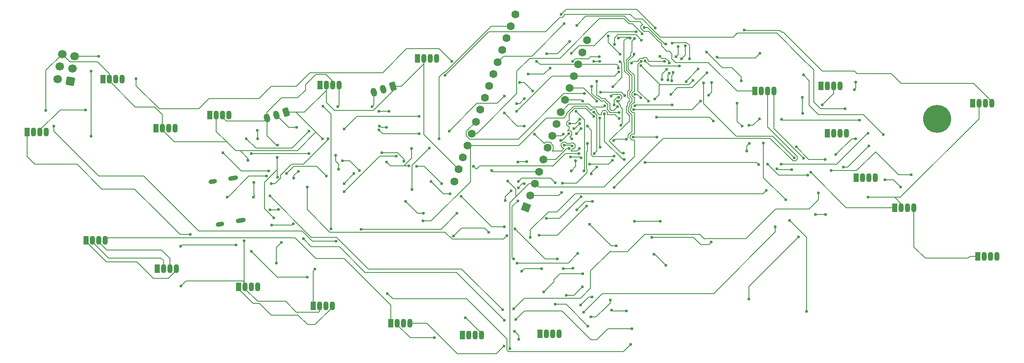
<source format=gbr>
%TF.GenerationSoftware,KiCad,Pcbnew,9.0.6*%
%TF.CreationDate,2025-11-25T23:45:00-06:00*%
%TF.ProjectId,1745LightUpBoard,31373435-4c69-4676-9874-5570426f6172,rev?*%
%TF.SameCoordinates,Original*%
%TF.FileFunction,Copper,L2,Bot*%
%TF.FilePolarity,Positive*%
%FSLAX46Y46*%
G04 Gerber Fmt 4.6, Leading zero omitted, Abs format (unit mm)*
G04 Created by KiCad (PCBNEW 9.0.6) date 2025-11-25 23:45:00*
%MOMM*%
%LPD*%
G01*
G04 APERTURE LIST*
G04 Aperture macros list*
%AMRoundRect*
0 Rectangle with rounded corners*
0 $1 Rounding radius*
0 $2 $3 $4 $5 $6 $7 $8 $9 X,Y pos of 4 corners*
0 Add a 4 corners polygon primitive as box body*
4,1,4,$2,$3,$4,$5,$6,$7,$8,$9,$2,$3,0*
0 Add four circle primitives for the rounded corners*
1,1,$1+$1,$2,$3*
1,1,$1+$1,$4,$5*
1,1,$1+$1,$6,$7*
1,1,$1+$1,$8,$9*
0 Add four rect primitives between the rounded corners*
20,1,$1+$1,$2,$3,$4,$5,0*
20,1,$1+$1,$4,$5,$6,$7,0*
20,1,$1+$1,$6,$7,$8,$9,0*
20,1,$1+$1,$8,$9,$2,$3,0*%
%AMHorizOval*
0 Thick line with rounded ends*
0 $1 width*
0 $2 $3 position (X,Y) of the first rounded end (center of the circle)*
0 $4 $5 position (X,Y) of the second rounded end (center of the circle)*
0 Add line between two ends*
20,1,$1,$2,$3,$4,$5,0*
0 Add two circle primitives to create the rounded ends*
1,1,$1,$2,$3*
1,1,$1,$4,$5*%
%AMRotRect*
0 Rectangle, with rotation*
0 The origin of the aperture is its center*
0 $1 length*
0 $2 width*
0 $3 Rotation angle, in degrees counterclockwise*
0 Add horizontal line*
21,1,$1,$2,0,0,$3*%
G04 Aperture macros list end*
%TA.AperFunction,ComponentPad*%
%ADD10C,5.600000*%
%TD*%
%TA.AperFunction,ComponentPad*%
%ADD11R,1.070000X1.800000*%
%TD*%
%TA.AperFunction,ComponentPad*%
%ADD12O,1.070000X1.800000*%
%TD*%
%TA.AperFunction,ComponentPad*%
%ADD13RotRect,1.600000X1.600000X160.000000*%
%TD*%
%TA.AperFunction,ComponentPad*%
%ADD14HorizOval,1.600000X0.000000X0.000000X0.000000X0.000000X0*%
%TD*%
%TA.AperFunction,ComponentPad*%
%ADD15RoundRect,0.250000X0.151974X0.700021X-0.517439X0.495360X-0.151974X-0.700021X0.517439X-0.495360X0*%
%TD*%
%TA.AperFunction,ComponentPad*%
%ADD16HorizOval,1.200000X-0.080402X0.262984X0.080402X-0.262984X0*%
%TD*%
%TA.AperFunction,ComponentPad*%
%ADD17RoundRect,0.250000X0.695074X0.486696X-0.486696X0.695074X-0.695074X-0.486696X0.486696X-0.695074X0*%
%TD*%
%TA.AperFunction,ComponentPad*%
%ADD18C,1.700000*%
%TD*%
%TA.AperFunction,HeatsinkPad*%
%ADD19HorizOval,0.900000X0.541644X0.095506X-0.541644X-0.095506X0*%
%TD*%
%TA.AperFunction,HeatsinkPad*%
%ADD20HorizOval,0.900000X0.393923X0.069459X-0.393923X-0.069459X0*%
%TD*%
%TA.AperFunction,ViaPad*%
%ADD21C,0.600000*%
%TD*%
%TA.AperFunction,Conductor*%
%ADD22C,0.200000*%
%TD*%
G04 APERTURE END LIST*
D10*
%TO.P,REF\u002A\u002A,1*%
%TO.N,N/C*%
X232980000Y-70540000D03*
%TD*%
D11*
%TO.P,D15,1,DOUT*%
%TO.N,Net-(D15-DOUT)*%
X66330000Y-62600000D03*
D12*
%TO.P,D15,2,GND*%
%TO.N,GND*%
X67600000Y-62600000D03*
%TO.P,D15,3,VDD*%
%TO.N,Vdrive*%
X68870000Y-62600000D03*
%TO.P,D15,4,DIN*%
%TO.N,Net-(D15-DIN)*%
X70140000Y-62600000D03*
%TD*%
D11*
%TO.P,D7,1,DOUT*%
%TO.N,Net-(D7-DOUT)*%
X51190000Y-73150000D03*
D12*
%TO.P,D7,2,GND*%
%TO.N,GND*%
X52460000Y-73150000D03*
%TO.P,D7,3,VDD*%
%TO.N,Vdrive*%
X53730000Y-73150000D03*
%TO.P,D7,4,DIN*%
%TO.N,Net-(D7-DIN)*%
X55000000Y-73150000D03*
%TD*%
D11*
%TO.P,D8,1,DOUT*%
%TO.N,Net-(D10-DIN)*%
X153685000Y-113550000D03*
D12*
%TO.P,D8,2,GND*%
%TO.N,GND*%
X154955000Y-113550000D03*
%TO.P,D8,3,VDD*%
%TO.N,Vdrive*%
X156225000Y-113550000D03*
%TO.P,D8,4,DIN*%
%TO.N,Net-(D8-DIN)*%
X157495000Y-113550000D03*
%TD*%
D11*
%TO.P,D13,1,DOUT*%
%TO.N,Net-(D13-DOUT)*%
X77180000Y-100520000D03*
D12*
%TO.P,D13,2,GND*%
%TO.N,GND*%
X78450000Y-100520000D03*
%TO.P,D13,3,VDD*%
%TO.N,Vdrive*%
X79720000Y-100520000D03*
%TO.P,D13,4,DIN*%
%TO.N,Net-(D13-DIN)*%
X80990000Y-100520000D03*
%TD*%
D13*
%TO.P,A1,1,D1/TX*%
%TO.N,D1*%
X150855577Y-88253918D03*
D14*
%TO.P,A1,2,D0/RX*%
%TO.N,D0*%
X151724308Y-85867099D03*
%TO.P,A1,3,~{RESET}*%
%TO.N,/RESET*%
X152593040Y-83480278D03*
%TO.P,A1,4,GND*%
%TO.N,GND*%
X153461770Y-81093459D03*
%TO.P,A1,5,D2*%
%TO.N,D2*%
X154330501Y-78706640D03*
%TO.P,A1,6,D3*%
%TO.N,D3*%
X155199233Y-76319822D03*
%TO.P,A1,7,D4*%
%TO.N,D4*%
X156067964Y-73933002D03*
%TO.P,A1,8,D5*%
%TO.N,D5*%
X156936696Y-71546184D03*
%TO.P,A1,9,D6*%
%TO.N,D6*%
X157805426Y-69159365D03*
%TO.P,A1,10,D7*%
%TO.N,D7*%
X158674158Y-66772545D03*
%TO.P,A1,11,D8*%
%TO.N,D11*%
X159542889Y-64385724D03*
%TO.P,A1,12,D9*%
%TO.N,D12*%
X160411620Y-61998906D03*
%TO.P,A1,13,D10*%
%TO.N,D13*%
X161280349Y-59612087D03*
%TO.P,A1,14,D11*%
%TO.N,D14*%
X162149082Y-57225267D03*
%TO.P,A1,15,D12*%
%TO.N,D15*%
X163017813Y-54838447D03*
%TO.P,A1,16,D13*%
%TO.N,16*%
X148696898Y-49626061D03*
%TO.P,A1,17,3V3*%
%TO.N,VCC*%
X147828166Y-52012882D03*
%TO.P,A1,18,AREF*%
%TO.N,AREF*%
X146959436Y-54399699D03*
%TO.P,A1,19,A0*%
%TO.N,A0*%
X146090705Y-56786520D03*
%TO.P,A1,20,A1*%
%TO.N,A1*%
X145221975Y-59173339D03*
%TO.P,A1,21,A2*%
%TO.N,A2*%
X144353241Y-61560158D03*
%TO.P,A1,22,A3*%
%TO.N,A3*%
X143484511Y-63946977D03*
%TO.P,A1,23,A4*%
%TO.N,A4*%
X142615779Y-66333798D03*
%TO.P,A1,24,A5*%
%TO.N,A5*%
X141747049Y-68720615D03*
%TO.P,A1,25,A6*%
%TO.N,A6*%
X140878317Y-71107433D03*
%TO.P,A1,26,A7*%
%TO.N,A7*%
X140009587Y-73494254D03*
%TO.P,A1,27,+5V*%
%TO.N,VBUS*%
X139140855Y-75881073D03*
%TO.P,A1,28,~{RESET}*%
%TO.N,/RESET*%
X138272125Y-78267892D03*
%TO.P,A1,29,GND*%
%TO.N,GND*%
X137403392Y-80654711D03*
%TO.P,A1,30,VIN*%
%TO.N,unconnected-(A1-VIN-Pad30)*%
X136534661Y-83041531D03*
%TD*%
D11*
%TO.P,D26,1,DOUT*%
%TO.N,Net-(D25-DIN)*%
X240105000Y-67410000D03*
D12*
%TO.P,D26,2,GND*%
%TO.N,GND*%
X241375000Y-67410000D03*
%TO.P,D26,3,VDD*%
%TO.N,Vdrive*%
X242645000Y-67410000D03*
%TO.P,D26,4,DIN*%
%TO.N,Net-(D19-DOUT)*%
X243915000Y-67410000D03*
%TD*%
D11*
%TO.P,D22,1,DOUT*%
%TO.N,Net-(D21-DIN)*%
X241120000Y-98090000D03*
D12*
%TO.P,D22,2,GND*%
%TO.N,GND*%
X242390000Y-98090000D03*
%TO.P,D22,3,VDD*%
%TO.N,Vdrive*%
X243660000Y-98090000D03*
%TO.P,D22,4,DIN*%
%TO.N,Net-(D13-DOUT)*%
X244930000Y-98090000D03*
%TD*%
D11*
%TO.P,D23,1,DOUT*%
%TO.N,unconnected-(D23-DOUT-Pad1)*%
X216850000Y-82340000D03*
D12*
%TO.P,D23,2,GND*%
%TO.N,GND*%
X218120000Y-82340000D03*
%TO.P,D23,3,VDD*%
%TO.N,Vdrive*%
X219390000Y-82340000D03*
%TO.P,D23,4,DIN*%
%TO.N,Net-(D23-DIN)*%
X220660000Y-82340000D03*
%TD*%
D11*
%TO.P,D20,1,DOUT*%
%TO.N,Net-(D19-DIN)*%
X196550000Y-64980000D03*
D12*
%TO.P,D20,2,GND*%
%TO.N,GND*%
X197820000Y-64980000D03*
%TO.P,D20,3,VDD*%
%TO.N,Vdrive*%
X199090000Y-64980000D03*
%TO.P,D20,4,DIN*%
%TO.N,Net-(D20-DIN)*%
X200360000Y-64980000D03*
%TD*%
D11*
%TO.P,D25,1,DOUT*%
%TO.N,unconnected-(D25-DOUT-Pad1)*%
X209770000Y-63950000D03*
D12*
%TO.P,D25,2,GND*%
%TO.N,GND*%
X211040000Y-63950000D03*
%TO.P,D25,3,VDD*%
%TO.N,Vdrive*%
X212310000Y-63950000D03*
%TO.P,D25,4,DIN*%
%TO.N,Net-(D25-DIN)*%
X213580000Y-63950000D03*
%TD*%
D11*
%TO.P,D21,1,DOUT*%
%TO.N,Net-(D20-DIN)*%
X224535000Y-88300000D03*
D12*
%TO.P,D21,2,GND*%
%TO.N,GND*%
X225805000Y-88300000D03*
%TO.P,D21,3,VDD*%
%TO.N,Vdrive*%
X227075000Y-88300000D03*
%TO.P,D21,4,DIN*%
%TO.N,Net-(D21-DIN)*%
X228345000Y-88300000D03*
%TD*%
D11*
%TO.P,D11,1,DOUT*%
%TO.N,Net-(D11-DOUT)*%
X108325000Y-108010000D03*
D12*
%TO.P,D11,2,GND*%
%TO.N,GND*%
X109595000Y-108010000D03*
%TO.P,D11,3,VDD*%
%TO.N,Vdrive*%
X110865000Y-108010000D03*
%TO.P,D11,4,DIN*%
%TO.N,Net-(D11-DIN)*%
X112135000Y-108010000D03*
%TD*%
D15*
%TO.P,J3,1,Pin_1*%
%TO.N,GND*%
X102938920Y-69228203D03*
D16*
%TO.P,J3,2,Pin_2*%
%TO.N,Net-(D7-DIN)*%
X101026310Y-69812945D03*
%TO.P,J3,3,Pin_3*%
%TO.N,Vdrive*%
X99113701Y-70397689D03*
%TD*%
D11*
%TO.P,D16,1,DOUT*%
%TO.N,Net-(D15-DIN)*%
X76900000Y-72380000D03*
D12*
%TO.P,D16,2,GND*%
%TO.N,GND*%
X78170000Y-72380000D03*
%TO.P,D16,3,VDD*%
%TO.N,Vdrive*%
X79440000Y-72380000D03*
%TO.P,D16,4,DIN*%
%TO.N,Net-(D16-DIN)*%
X80710000Y-72380000D03*
%TD*%
D11*
%TO.P,D18,1,DOUT*%
%TO.N,Net-(D17-DIN)*%
X109705000Y-63750000D03*
D12*
%TO.P,D18,2,GND*%
%TO.N,GND*%
X110975000Y-63750000D03*
%TO.P,D18,3,VDD*%
%TO.N,Vdrive*%
X112245000Y-63750000D03*
%TO.P,D18,4,DIN*%
%TO.N,Net-(D11-DOUT)*%
X113515000Y-63750000D03*
%TD*%
D11*
%TO.P,D12,1,DOUT*%
%TO.N,Net-(D11-DIN)*%
X93480000Y-104190000D03*
D12*
%TO.P,D12,2,GND*%
%TO.N,GND*%
X94750000Y-104190000D03*
%TO.P,D12,3,VDD*%
%TO.N,Vdrive*%
X96020000Y-104190000D03*
%TO.P,D12,4,DIN*%
%TO.N,Net-(D12-DIN)*%
X97290000Y-104190000D03*
%TD*%
D17*
%TO.P,J1,1,Pin_1*%
%TO.N,D12*%
X59818646Y-63005559D03*
D18*
%TO.P,J1,2,Pin_2*%
%TO.N,VCC*%
X57317234Y-62564492D03*
%TO.P,J1,3,Pin_3*%
%TO.N,D13*%
X60259713Y-60504147D03*
%TO.P,J1,4,Pin_4*%
%TO.N,D11*%
X57758302Y-60063081D03*
%TO.P,J1,5,Pin_5*%
%TO.N,/RESET*%
X60700778Y-58002735D03*
%TO.P,J1,6,Pin_6*%
%TO.N,GND*%
X58199368Y-57561667D03*
%TD*%
D11*
%TO.P,D10,1,DOUT*%
%TO.N,Net-(D10-DOUT)*%
X123875000Y-111430000D03*
D12*
%TO.P,D10,2,GND*%
%TO.N,GND*%
X125145000Y-111430000D03*
%TO.P,D10,3,VDD*%
%TO.N,Vdrive*%
X126415000Y-111430000D03*
%TO.P,D10,4,DIN*%
%TO.N,Net-(D10-DIN)*%
X127685000Y-111430000D03*
%TD*%
D11*
%TO.P,D14,1,DOUT*%
%TO.N,Net-(D13-DIN)*%
X62955000Y-94820000D03*
D12*
%TO.P,D14,2,GND*%
%TO.N,GND*%
X64225000Y-94820000D03*
%TO.P,D14,3,VDD*%
%TO.N,Vdrive*%
X65495000Y-94820000D03*
%TO.P,D14,4,DIN*%
%TO.N,Net-(D10-DOUT)*%
X66765000Y-94820000D03*
%TD*%
D15*
%TO.P,J4,1,Pin_1*%
%TO.N,GND*%
X124277335Y-64008206D03*
D16*
%TO.P,J4,2,Pin_2*%
%TO.N,Net-(D8-DIN)*%
X122364725Y-64592948D03*
%TO.P,J4,3,Pin_3*%
%TO.N,Vdrive*%
X120452115Y-65177693D03*
%TD*%
D11*
%TO.P,D24,1,DOUT*%
%TO.N,Net-(D23-DIN)*%
X211020000Y-73460000D03*
D12*
%TO.P,D24,2,GND*%
%TO.N,GND*%
X212290000Y-73460000D03*
%TO.P,D24,3,VDD*%
%TO.N,Vdrive*%
X213560000Y-73460000D03*
%TO.P,D24,4,DIN*%
%TO.N,Net-(D15-DOUT)*%
X214830000Y-73460000D03*
%TD*%
D11*
%TO.P,D19,1,DOUT*%
%TO.N,Net-(D19-DOUT)*%
X129170000Y-58400000D03*
D12*
%TO.P,D19,2,GND*%
%TO.N,GND*%
X130440000Y-58400000D03*
%TO.P,D19,3,VDD*%
%TO.N,Vdrive*%
X131710000Y-58400000D03*
%TO.P,D19,4,DIN*%
%TO.N,Net-(D19-DIN)*%
X132980000Y-58400000D03*
%TD*%
D11*
%TO.P,D9,1,DOUT*%
%TO.N,Net-(D12-DIN)*%
X138120000Y-113800000D03*
D12*
%TO.P,D9,2,GND*%
%TO.N,GND*%
X139390000Y-113800000D03*
%TO.P,D9,3,VDD*%
%TO.N,Vdrive*%
X140660000Y-113800000D03*
%TO.P,D9,4,DIN*%
%TO.N,Net-(D7-DOUT)*%
X141930000Y-113800000D03*
%TD*%
D11*
%TO.P,D17,1,DOUT*%
%TO.N,Net-(D16-DIN)*%
X87735000Y-69760000D03*
D12*
%TO.P,D17,2,GND*%
%TO.N,GND*%
X89005000Y-69760000D03*
%TO.P,D17,3,VDD*%
%TO.N,Vdrive*%
X90275000Y-69760000D03*
%TO.P,D17,4,DIN*%
%TO.N,Net-(D17-DIN)*%
X91545000Y-69760000D03*
%TD*%
D19*
%TO.P,J2,S1,SHIELD*%
%TO.N,unconnected-(J2-SHIELD-PadS1)_3*%
X92354391Y-82378374D03*
D20*
%TO.N,unconnected-(J2-SHIELD-PadS1)*%
X88247743Y-83102486D03*
D19*
%TO.N,unconnected-(J2-SHIELD-PadS1)_1*%
X93854711Y-90887113D03*
D20*
%TO.N,unconnected-(J2-SHIELD-PadS1)_2*%
X89748063Y-91611225D03*
%TD*%
D21*
%TO.N,GND*%
X149390000Y-114630000D03*
X148565182Y-113081478D03*
%TO.N,A2*%
X159930000Y-57450000D03*
X151300000Y-61550000D03*
X172883835Y-53122420D03*
X155640000Y-60360000D03*
%TO.N,A3*%
X149600000Y-63290000D03*
X152190000Y-64930000D03*
X173890000Y-54780000D03*
X165470000Y-58140000D03*
X168515000Y-55636472D03*
X160132966Y-59000927D03*
%TO.N,D3*%
X169640000Y-59090000D03*
X168190000Y-64090000D03*
X167890000Y-65940000D03*
%TO.N,D7*%
X170610235Y-65905000D03*
X162170000Y-66997000D03*
X165760000Y-65180000D03*
%TO.N,D6*%
X169382410Y-66214258D03*
X168441916Y-67730351D03*
X166585735Y-67934265D03*
%TO.N,D5*%
X161600000Y-70651472D03*
X159580000Y-71460000D03*
%TO.N,D4*%
X158305996Y-73624004D03*
X165600000Y-59012087D03*
X164380000Y-59012087D03*
%TO.N,D1*%
X169630000Y-57600000D03*
X146500000Y-66000000D03*
X129500000Y-73500000D03*
X105350000Y-81040000D03*
X104470735Y-82359265D03*
X167280000Y-53970000D03*
X135500000Y-73000000D03*
X121458480Y-72749117D03*
%TO.N,GND*%
X143990000Y-80890000D03*
X110230000Y-74560000D03*
X95350000Y-78830000D03*
X113450000Y-80660000D03*
X160980000Y-88720000D03*
X94590000Y-94960000D03*
X176990000Y-74180000D03*
X176930000Y-70240000D03*
X219180000Y-86240000D03*
X195360000Y-71840000D03*
X54960000Y-68840000D03*
X132530000Y-114350000D03*
X188260000Y-70990000D03*
X81900000Y-104000000D03*
X197480000Y-70520000D03*
X164140000Y-87020000D03*
X112800000Y-77800000D03*
X172280000Y-74200000D03*
%TO.N,D11*%
X112950735Y-95049265D03*
X163930735Y-81569265D03*
X162940000Y-88000000D03*
X164500000Y-77500000D03*
X164400000Y-69151470D03*
X56500000Y-72000000D03*
X165000000Y-67000000D03*
X164995000Y-80240000D03*
X150000000Y-101000000D03*
X154000000Y-100500000D03*
X153500000Y-93820000D03*
%TO.N,A0*%
X165000000Y-63000000D03*
X178000000Y-62680000D03*
X179500000Y-59400000D03*
X155000000Y-57500000D03*
X177618125Y-58044489D03*
X172613235Y-65613235D03*
X173796470Y-66355000D03*
X169147725Y-68106964D03*
X179000000Y-60600000D03*
X159549265Y-55049265D03*
%TO.N,A1*%
X157900735Y-49599265D03*
X158500000Y-51500000D03*
X176679265Y-52320735D03*
X181500000Y-60000000D03*
X180099712Y-55405553D03*
X183500000Y-58500000D03*
X174674924Y-58910000D03*
%TO.N,/RESET*%
X64000000Y-74000000D03*
X147610000Y-116540000D03*
X172410000Y-57610000D03*
X65500000Y-58000000D03*
X131560000Y-76350000D03*
X64000000Y-61000000D03*
X117540000Y-80870000D03*
X114230000Y-78950000D03*
X107500000Y-77500000D03*
X147190000Y-83020000D03*
X96000000Y-77500000D03*
X128080000Y-84670000D03*
%TO.N,D3*%
X160400000Y-72500000D03*
X157796795Y-74823555D03*
X180840000Y-58100000D03*
X171901000Y-59410000D03*
X159400000Y-73500000D03*
X169800735Y-71800735D03*
X161600000Y-71500000D03*
X178500000Y-59000000D03*
X169120000Y-66970000D03*
X181290000Y-56060000D03*
%TO.N,A4*%
X174439265Y-52220735D03*
X169300735Y-54410735D03*
X189030000Y-58200000D03*
X178804265Y-55525735D03*
X158500000Y-75818822D03*
X161900000Y-72500000D03*
X168500000Y-78000000D03*
X160900000Y-73500000D03*
X163100000Y-72000000D03*
X160100000Y-75951473D03*
X171701518Y-54364717D03*
X197570000Y-57450000D03*
X149000000Y-67500000D03*
X170340000Y-77440000D03*
X150550000Y-66500000D03*
%TO.N,A5*%
X180000000Y-62920000D03*
X165600000Y-70391530D03*
X165685001Y-76185000D03*
X182720000Y-55870000D03*
X170900000Y-74580000D03*
X146500000Y-69400000D03*
X173880000Y-59000000D03*
X175310000Y-67020000D03*
X181960000Y-58530000D03*
X150550000Y-72000000D03*
X168402309Y-74902309D03*
X172490000Y-54500000D03*
X152584265Y-73584265D03*
X161500000Y-76500000D03*
X180230000Y-61210000D03*
%TO.N,VCC*%
X179790000Y-65610000D03*
X206280000Y-61780000D03*
X149350000Y-83080000D03*
X90360735Y-77360735D03*
X99500000Y-81000000D03*
X127450000Y-79960000D03*
X222270000Y-73720000D03*
X146550000Y-92130000D03*
X111000000Y-82000000D03*
X114500000Y-83500000D03*
X146710000Y-86910000D03*
X137900000Y-86070000D03*
X133500000Y-74500000D03*
X135690000Y-85510000D03*
X128000000Y-76500000D03*
X163540000Y-91620000D03*
X158900000Y-105840000D03*
X168910000Y-95970000D03*
X178780000Y-99820000D03*
X131890000Y-83080000D03*
X156700000Y-83320000D03*
X147870000Y-84940000D03*
X116500000Y-81500000D03*
X103000000Y-81500000D03*
X176400000Y-97650000D03*
X162130000Y-104120000D03*
X122980000Y-79180000D03*
X187050000Y-61280000D03*
%TO.N,VBUS*%
X202730000Y-86710000D03*
X180050000Y-67770000D03*
X198300000Y-75380000D03*
X205290000Y-94190000D03*
X169500000Y-70500000D03*
X195430000Y-106610000D03*
X172580000Y-67910000D03*
X130250000Y-90930000D03*
%TO.N,D12*%
X129500000Y-70000000D03*
X169388755Y-61173820D03*
X114500000Y-72560000D03*
X107500000Y-73000000D03*
X95000000Y-74500000D03*
X149000000Y-69000000D03*
%TO.N,D13*%
X73000000Y-62500000D03*
X153000000Y-59000000D03*
X136000000Y-59000000D03*
X169297225Y-60379071D03*
%TO.N,D0*%
X134000000Y-83500000D03*
X227820000Y-81730000D03*
X129000000Y-80000000D03*
X184180000Y-62880000D03*
X211790000Y-80880000D03*
X122037207Y-77355735D03*
X158120000Y-83400000D03*
X163100000Y-75500000D03*
X176589265Y-66589265D03*
X210630000Y-78640000D03*
X204460000Y-78360000D03*
X157970000Y-85240000D03*
X204880000Y-76161472D03*
X126500000Y-79000000D03*
X186320000Y-63310000D03*
X173830000Y-59890000D03*
%TO.N,A6*%
X162500000Y-65500000D03*
X179448256Y-61379944D03*
X164000000Y-64000000D03*
X169500000Y-69299000D03*
X179213767Y-62772207D03*
%TO.N,D2*%
X195000000Y-77000000D03*
X170500000Y-78710000D03*
X201940000Y-70630000D03*
X193044265Y-67455735D03*
X160000000Y-74500000D03*
X164400000Y-70000000D03*
X194000000Y-72000000D03*
X186960000Y-57150000D03*
X166495764Y-69495764D03*
X195500000Y-75500000D03*
X193900000Y-62910000D03*
X217500000Y-70830000D03*
X159500000Y-76500000D03*
%TO.N,A7*%
X174089113Y-53567643D03*
%TO.N,Net-(U1-PB7)*%
X130400000Y-89470000D03*
X149350000Y-84320000D03*
X160760000Y-78910000D03*
X159874265Y-80944265D03*
X148400000Y-98610000D03*
X149260000Y-86940000D03*
X150550000Y-83543421D03*
X126810000Y-87070000D03*
%TO.N,Net-(U1-PB6)*%
X136360000Y-94020000D03*
X161850000Y-86110000D03*
X160820000Y-69000000D03*
X154910000Y-90450000D03*
X143380000Y-93220000D03*
X162460000Y-80930000D03*
%TO.N,Net-(U2-V3)*%
X156720000Y-107670000D03*
X163240000Y-112030000D03*
%TO.N,+BATT*%
X206870000Y-109090000D03*
X203490000Y-90850000D03*
%TO.N,Vdrive*%
X160260000Y-100450000D03*
X62870000Y-68730000D03*
X163820000Y-110190000D03*
X120097282Y-68097282D03*
X101970000Y-95310000D03*
X158280000Y-100540000D03*
X100480000Y-90350000D03*
X101220000Y-82190000D03*
X101260000Y-75800000D03*
X100980000Y-99390000D03*
X157160000Y-98530000D03*
X148690000Y-92520000D03*
X167690000Y-106810000D03*
X168430000Y-84300000D03*
X101180000Y-78240000D03*
X123500000Y-69000000D03*
X210000000Y-67790000D03*
X225680000Y-84220000D03*
X222560000Y-82780000D03*
X121500000Y-69000000D03*
%TO.N,/USB_P*%
X210700000Y-89670000D03*
X104340000Y-91550000D03*
X208720000Y-89690000D03*
X177693015Y-91056985D03*
X154400000Y-105190000D03*
X100060000Y-91810000D03*
X162170000Y-101550000D03*
X172566985Y-91026985D03*
%TO.N,Net-(D2-A)*%
X175980000Y-94230000D03*
X187850000Y-95220000D03*
%TO.N,Net-(D3-A)*%
X161770000Y-107780000D03*
X137090000Y-89440000D03*
X117920000Y-92610000D03*
X164060000Y-106150000D03*
X167930000Y-108780000D03*
X170940000Y-108960000D03*
%TO.N,Net-(D4-A)*%
X187900000Y-63290000D03*
X161480000Y-77520000D03*
X140330000Y-80010000D03*
X187320000Y-65800000D03*
X185720000Y-66990000D03*
X114530000Y-85100000D03*
X172329995Y-68691476D03*
X124984265Y-77955735D03*
%TO.N,Net-(D4-K)*%
X146160000Y-108720000D03*
X99680000Y-85990000D03*
X148400000Y-108600000D03*
X209270000Y-85380000D03*
%TO.N,Net-(D5-K)*%
X198820000Y-84850000D03*
X147010000Y-93951415D03*
X201010000Y-80540000D03*
X107130000Y-84220000D03*
X203970000Y-80690000D03*
X151740000Y-94220000D03*
%TO.N,Net-(D7-DIN)*%
X149240000Y-79180000D03*
X174610000Y-79310000D03*
X199105735Y-79615735D03*
X159760000Y-78190000D03*
X214250000Y-80190000D03*
X161850000Y-78340000D03*
X219320000Y-75950000D03*
X97210000Y-72820000D03*
X197350000Y-79710000D03*
X105060000Y-72230000D03*
X97240000Y-74510000D03*
X207190000Y-81840000D03*
X121590000Y-71960000D03*
X168100000Y-78870000D03*
X216500000Y-64720000D03*
X151000000Y-79140000D03*
X123040000Y-72250000D03*
X216750000Y-63220000D03*
X163590000Y-79640000D03*
%TO.N,Net-(D7-DOUT)*%
X83800000Y-93640000D03*
X138720000Y-110370000D03*
%TO.N,Net-(D10-DIN)*%
X146440000Y-116050000D03*
%TO.N,Net-(D8-DIN)*%
X201830000Y-79610000D03*
X219200000Y-73420000D03*
X162350000Y-109260000D03*
X200650000Y-92160000D03*
%TO.N,Net-(D11-DOUT)*%
X108720000Y-100600000D03*
X113270000Y-68060000D03*
X110270000Y-68010000D03*
X111890000Y-92570000D03*
%TO.N,Net-(D13-DOUT)*%
X123200000Y-105490000D03*
X171750000Y-115680000D03*
X92930000Y-95820000D03*
X81860000Y-96050000D03*
X107200000Y-102250000D03*
X95950000Y-97030000D03*
%TO.N,Net-(D15-DOUT)*%
X134660000Y-61850000D03*
X214620000Y-68530000D03*
%TO.N,Net-(D19-DOUT)*%
X194500000Y-52780000D03*
%TO.N,Net-(D19-DIN)*%
X160990000Y-51840000D03*
%TO.N,Net-(D20-DIN)*%
X206290000Y-78420000D03*
X207760000Y-81240000D03*
%TO.N,Net-(D23-DIN)*%
X216740000Y-74500000D03*
X212740000Y-77690000D03*
%TO.N,/UD+*%
X96380000Y-86210000D03*
X96520000Y-83220000D03*
%TO.N,Net-(J2-CC1)*%
X172000000Y-112580000D03*
X148810000Y-110700000D03*
X106400000Y-94550000D03*
X146550000Y-110820000D03*
%TO.N,/UD-*%
X111290000Y-74550000D03*
X91174265Y-86174265D03*
X100000000Y-83500000D03*
X99000000Y-82000000D03*
%TO.N,Net-(J2-CC2)*%
X149070000Y-99390000D03*
X161210000Y-97490000D03*
X99730735Y-88729265D03*
X101450000Y-88670000D03*
%TO.N,Net-(U3-CS)*%
X182830000Y-63070000D03*
X185270000Y-60570000D03*
%TO.N,Net-(U4-PROG)*%
X206020000Y-66220000D03*
X206140000Y-69430000D03*
%TD*%
D22*
%TO.N,GND*%
X149390000Y-114630000D02*
X149390000Y-113906296D01*
X149390000Y-113906296D02*
X148565182Y-113081478D01*
%TO.N,A2*%
X161440553Y-55939447D02*
X164460610Y-55939447D01*
X159930000Y-57450000D02*
X161440553Y-55939447D01*
X164460610Y-55939447D02*
X167277637Y-53122420D01*
X167277637Y-53122420D02*
X172883835Y-53122420D01*
X151300000Y-61550000D02*
X154450000Y-61550000D01*
X154450000Y-61550000D02*
X155640000Y-60360000D01*
%TO.N,A3*%
X150550000Y-63290000D02*
X149600000Y-63290000D01*
X152190000Y-64930000D02*
X150550000Y-63290000D01*
X168515000Y-54346527D02*
X168515000Y-55636472D01*
X173890000Y-54780000D02*
X172830000Y-53720000D01*
X163765312Y-58140000D02*
X163394225Y-58511087D01*
X172830000Y-53720000D02*
X169141527Y-53720000D01*
X169141527Y-53720000D02*
X168515000Y-54346527D01*
X160150000Y-59010000D02*
X160142039Y-59010000D01*
X165470000Y-58140000D02*
X163765312Y-58140000D01*
X160142039Y-59010000D02*
X160132966Y-59000927D01*
X163394225Y-58511087D02*
X160648913Y-58511087D01*
X160648913Y-58511087D02*
X160150000Y-59010000D01*
%TO.N,A4*%
X169300735Y-54410735D02*
X169541470Y-54170000D01*
X169541470Y-54170000D02*
X171506801Y-54170000D01*
X171506801Y-54170000D02*
X171701518Y-54364717D01*
X171210235Y-65032092D02*
X171500000Y-64742327D01*
X171500000Y-66484143D02*
X171210235Y-66194378D01*
X170340000Y-77440000D02*
X169910000Y-77440000D01*
X170420000Y-54910000D02*
X170965283Y-54364717D01*
X171500000Y-67005857D02*
X171500000Y-66484143D01*
X171500000Y-64742327D02*
X171500000Y-61953200D01*
X171177000Y-67860330D02*
X171177000Y-67328857D01*
X170926995Y-69272619D02*
X170926995Y-68110333D01*
X170926995Y-68110333D02*
X171177000Y-67860330D01*
X171500000Y-70950000D02*
X171500000Y-69845624D01*
X171210235Y-66194378D02*
X171210235Y-65032092D01*
X170965283Y-54364717D02*
X171701518Y-54364717D01*
X171177000Y-67328857D02*
X171500000Y-67005857D01*
X167460000Y-74990000D02*
X171500000Y-70950000D01*
X169910000Y-77440000D02*
X167460000Y-74990000D01*
X171500000Y-69845624D02*
X170926995Y-69272619D01*
X170499000Y-60952200D02*
X170499000Y-59289000D01*
X171500000Y-61953200D02*
X170499000Y-60952200D01*
X170499000Y-59289000D02*
X170420000Y-59210000D01*
X170420000Y-59210000D02*
X170420000Y-54910000D01*
X171480000Y-54120000D02*
X171701518Y-54341518D01*
X171701518Y-54341518D02*
X171701518Y-54364717D01*
%TO.N,D3*%
X169989755Y-59439755D02*
X169640000Y-59090000D01*
X169989755Y-62290245D02*
X169989755Y-59439755D01*
X168190000Y-64090000D02*
X169989755Y-62290245D01*
%TO.N,D13*%
X169297225Y-60379071D02*
X169297225Y-59977225D01*
X169297225Y-59977225D02*
X168932087Y-59612087D01*
X168932087Y-59612087D02*
X161280349Y-59612087D01*
%TO.N,D3*%
X169120000Y-66970000D02*
X169476611Y-66970000D01*
X169476611Y-66970000D02*
X170009235Y-66437376D01*
X170009235Y-66437376D02*
X170009235Y-65991140D01*
X170009235Y-65991140D02*
X169631353Y-65613258D01*
X169631353Y-65613258D02*
X168216742Y-65613258D01*
X168216742Y-65613258D02*
X167890000Y-65940000D01*
%TO.N,D7*%
X170610235Y-65905000D02*
X170610235Y-65860235D01*
X170610235Y-65860235D02*
X169930000Y-65180000D01*
X169930000Y-65180000D02*
X165760000Y-65180000D01*
X162170000Y-66997000D02*
X161945545Y-66772545D01*
X161945545Y-66772545D02*
X158674158Y-66772545D01*
%TO.N,D6*%
X169025799Y-66214258D02*
X169382410Y-66214258D01*
X168441916Y-66798141D02*
X169025799Y-66214258D01*
X168441916Y-67730351D02*
X168441916Y-66798141D01*
%TO.N,D3*%
X170101000Y-68501000D02*
X170101000Y-71500470D01*
X169748725Y-68148725D02*
X170101000Y-68501000D01*
X169120000Y-66970000D02*
X169396668Y-67246668D01*
X169748725Y-67858021D02*
X169748725Y-68148725D01*
X169396668Y-67246668D02*
X169396668Y-67505964D01*
X170101000Y-71500470D02*
X169800735Y-71800735D01*
X169396668Y-67505964D02*
X169748725Y-67858021D01*
%TO.N,A0*%
X169147725Y-68106964D02*
X168386689Y-68868000D01*
X168386689Y-68868000D02*
X167852143Y-68868000D01*
X167587735Y-68603592D02*
X167587735Y-67519222D01*
X167852143Y-68868000D02*
X167587735Y-68603592D01*
X167587735Y-67519222D02*
X167000778Y-66932265D01*
X167000778Y-66932265D02*
X166999365Y-66932265D01*
X166999365Y-66932265D02*
X166567100Y-66500000D01*
X166567100Y-66500000D02*
X166086957Y-66500000D01*
X166086957Y-66500000D02*
X166002000Y-66584957D01*
X166002000Y-66584957D02*
X165415043Y-65998000D01*
X165132200Y-65998000D02*
X165000000Y-65865800D01*
X165415043Y-65998000D02*
X165132200Y-65998000D01*
X165000000Y-65865800D02*
X165000000Y-63000000D01*
%TO.N,A6*%
X166401000Y-66901000D02*
X166253057Y-66901000D01*
X166833265Y-67333265D02*
X166401000Y-66901000D01*
X166834678Y-67333265D02*
X166833265Y-67333265D01*
X167186735Y-67685322D02*
X166834678Y-67333265D01*
X167089000Y-68280943D02*
X167186735Y-68183208D01*
X169500000Y-69299000D02*
X168866100Y-69299000D01*
X167186735Y-68183208D02*
X167186735Y-67685322D01*
X168866100Y-69299000D02*
X168836100Y-69269000D01*
X167089000Y-68671957D02*
X167089000Y-68280943D01*
X167497764Y-69080721D02*
X167089000Y-68671957D01*
X166253057Y-66901000D02*
X166168100Y-66985957D01*
X167497764Y-69269000D02*
X167497764Y-69080721D01*
X168836100Y-69269000D02*
X167497764Y-69269000D01*
X166168100Y-66985957D02*
X165835900Y-66985957D01*
X165835900Y-66985957D02*
X165248943Y-66399000D01*
X165248943Y-66399000D02*
X164966100Y-66399000D01*
X164966100Y-66399000D02*
X164000000Y-65432900D01*
X164000000Y-65432900D02*
X164000000Y-64000000D01*
%TO.N,D6*%
X166370530Y-68149470D02*
X166585735Y-67934265D01*
X164040000Y-68149470D02*
X166370530Y-68149470D01*
X157805426Y-69159365D02*
X157844388Y-69159365D01*
X157844388Y-69159365D02*
X159406753Y-67597000D01*
X159406753Y-67597000D02*
X163487530Y-67597000D01*
X163487530Y-67597000D02*
X164040000Y-68149470D01*
%TO.N,VBUS*%
X164648943Y-68550470D02*
X164151057Y-68550470D01*
X167096764Y-69670000D02*
X167096764Y-69246821D01*
X165001000Y-68902527D02*
X164648943Y-68550470D01*
X149438927Y-75881073D02*
X139140855Y-75881073D01*
X165001000Y-69185370D02*
X165001000Y-68902527D01*
X165894764Y-69670000D02*
X165401000Y-69670000D01*
X158579000Y-70210000D02*
X158579000Y-70360000D01*
X166246821Y-68894764D02*
X165894764Y-69246821D01*
X165401000Y-69585370D02*
X165001000Y-69185370D01*
X166744707Y-68894764D02*
X166246821Y-68894764D01*
X165401000Y-69670000D02*
X165401000Y-69585370D01*
X167096764Y-69246821D02*
X166744707Y-68894764D01*
X154960000Y-70360000D02*
X149438927Y-75881073D01*
X165894764Y-69246821D02*
X165894764Y-69670000D01*
X168670000Y-69670000D02*
X167096764Y-69670000D01*
X169500000Y-70500000D02*
X168670000Y-69670000D01*
X164151057Y-68550470D02*
X163834313Y-68867214D01*
X163834313Y-68867214D02*
X162965100Y-67998000D01*
X162965100Y-67998000D02*
X160404957Y-67998000D01*
X160404957Y-67998000D02*
X158906426Y-69496531D01*
X158906426Y-69496531D02*
X158906426Y-69882574D01*
X158906426Y-69882574D02*
X158579000Y-70210000D01*
X158579000Y-70360000D02*
X154960000Y-70360000D01*
%TO.N,D11*%
X165000000Y-69751470D02*
X165000000Y-77000000D01*
X164400000Y-69151470D02*
X165000000Y-69751470D01*
X165000000Y-77000000D02*
X164500000Y-77500000D01*
%TO.N,D2*%
X158979000Y-71708943D02*
X158979000Y-71211057D01*
X159480000Y-72570057D02*
X159480000Y-72061000D01*
X162799000Y-68399000D02*
X164400000Y-70000000D01*
X159331057Y-72061000D02*
X158979000Y-71708943D01*
X158979000Y-71211057D02*
X159331057Y-70859000D01*
X159480000Y-72061000D02*
X159331057Y-72061000D01*
X159151057Y-72899000D02*
X159480000Y-72570057D01*
X159601000Y-74101000D02*
X159648943Y-74101000D01*
X160000000Y-74500000D02*
X159601000Y-74101000D01*
X159648943Y-72899000D02*
X159151057Y-72899000D01*
X160001000Y-73251057D02*
X159648943Y-72899000D01*
X159331057Y-70859000D02*
X159480000Y-70859000D01*
X160001000Y-73748943D02*
X160001000Y-73251057D01*
X160571057Y-68399000D02*
X162799000Y-68399000D01*
X159648943Y-74101000D02*
X160001000Y-73748943D01*
X159480000Y-70859000D02*
X159480000Y-69490057D01*
X159480000Y-69490057D02*
X160571057Y-68399000D01*
%TO.N,D5*%
X159580000Y-71460000D02*
X160791473Y-71460000D01*
X160791473Y-71460000D02*
X161600000Y-70651472D01*
%TO.N,D4*%
X164290000Y-59060000D02*
X164332087Y-59060000D01*
X165600000Y-59012087D02*
X164337913Y-59012087D01*
X164337913Y-59012087D02*
X164290000Y-59060000D01*
X164332087Y-59060000D02*
X164380000Y-59012087D01*
X158305996Y-73624004D02*
X157996998Y-73933002D01*
X157996998Y-73933002D02*
X156067964Y-73933002D01*
%TO.N,D1*%
X169630000Y-57600000D02*
X167280000Y-55250000D01*
X141065202Y-67434798D02*
X145065202Y-67434798D01*
X145065202Y-67434798D02*
X146500000Y-66000000D01*
X167280000Y-55250000D02*
X167280000Y-53970000D01*
X104470735Y-82359265D02*
X104470735Y-81919265D01*
X122209363Y-73500000D02*
X129500000Y-73500000D01*
X104470735Y-81919265D02*
X105350000Y-81040000D01*
X135500000Y-73000000D02*
X141065202Y-67434798D01*
X121458480Y-72749117D02*
X122209363Y-73500000D01*
%TO.N,GND*%
X120360521Y-68840000D02*
X112610000Y-68840000D01*
X125145000Y-111795000D02*
X127700000Y-114350000D01*
X89005000Y-69760000D02*
X89005000Y-73055000D01*
X130440000Y-73691320D02*
X137403392Y-80654712D01*
X64225000Y-95155000D02*
X67440000Y-98370000D01*
X58199368Y-57561667D02*
X59791436Y-59153735D01*
X130440000Y-58400000D02*
X130440000Y-73691320D01*
X109494000Y-109211000D02*
X109595000Y-109110000D01*
X78170000Y-72380000D02*
X78170000Y-69660000D01*
X72795000Y-68160000D02*
X67600000Y-62965000D01*
X109595000Y-109110000D02*
X109595000Y-108010000D01*
X125931794Y-64008206D02*
X124277335Y-64008206D01*
X112610000Y-68840000D02*
X110975000Y-67205000D01*
X195360000Y-71840000D02*
X196160000Y-71840000D01*
X67600000Y-62965000D02*
X67600000Y-62600000D01*
X143990000Y-80890000D02*
X144193459Y-81093459D01*
X110975000Y-64850000D02*
X106596797Y-69228203D01*
X102819000Y-107039000D02*
X104991000Y-109211000D01*
X104991000Y-109211000D02*
X109494000Y-109211000D01*
X124277335Y-64008206D02*
X124277335Y-64923186D01*
X94750000Y-104555000D02*
X97234000Y-107039000D01*
X125145000Y-111430000D02*
X125145000Y-111795000D01*
X144193459Y-81093459D02*
X153461770Y-81093459D01*
X224512000Y-86240000D02*
X225650000Y-86240000D01*
X78450000Y-98950000D02*
X78450000Y-100520000D01*
X110975000Y-67205000D02*
X110975000Y-63750000D01*
X225805000Y-87533000D02*
X225805000Y-88300000D01*
X162680000Y-87020000D02*
X160980000Y-88720000D01*
X94750000Y-104190000D02*
X94750000Y-104555000D01*
X67440000Y-98370000D02*
X77870000Y-98370000D01*
X91090000Y-75140000D02*
X92850000Y-76900000D01*
X94750000Y-103423000D02*
X94316000Y-102989000D01*
X64225000Y-94820000D02*
X64225000Y-95155000D01*
X94590000Y-104030000D02*
X94590000Y-94960000D01*
X89005000Y-73055000D02*
X91090000Y-75140000D01*
X225650000Y-86240000D02*
X241375000Y-70515000D01*
X106596797Y-69228203D02*
X102938920Y-69228203D01*
X108880000Y-73210000D02*
X110230000Y-74560000D01*
X113450000Y-80660000D02*
X113450000Y-79630000D01*
X105190000Y-76900000D02*
X108880000Y-73210000D01*
X54960000Y-60801035D02*
X58199368Y-57561667D01*
X97234000Y-107039000D02*
X102819000Y-107039000D01*
X176930000Y-70240000D02*
X187510000Y-70240000D01*
X127700000Y-114350000D02*
X132530000Y-114350000D01*
X164140000Y-87020000D02*
X162680000Y-87020000D01*
X92850000Y-76900000D02*
X93750000Y-76900000D01*
X76670000Y-68160000D02*
X72795000Y-68160000D01*
X95350000Y-78830000D02*
X95350000Y-78500000D01*
X130440000Y-58400000D02*
X130440000Y-59500000D01*
X78170000Y-69660000D02*
X76670000Y-68160000D01*
X59791436Y-59153735D02*
X65253735Y-59153735D01*
X172280000Y-74200000D02*
X172300000Y-74180000D01*
X65253735Y-59153735D02*
X67600000Y-61500000D01*
X78170000Y-72745000D02*
X80565000Y-75140000D01*
X102938920Y-69228203D02*
X104898203Y-69228203D01*
X80565000Y-75140000D02*
X91090000Y-75140000D01*
X78170000Y-72380000D02*
X78170000Y-72745000D01*
X112800000Y-78980000D02*
X112800000Y-77800000D01*
X196160000Y-71840000D02*
X197480000Y-70520000D01*
X94750000Y-104190000D02*
X94750000Y-103423000D01*
X187510000Y-70240000D02*
X188260000Y-70990000D01*
X113070000Y-79250000D02*
X112800000Y-78980000D01*
X219180000Y-86240000D02*
X224512000Y-86240000D01*
X67600000Y-61500000D02*
X67600000Y-62600000D01*
X95350000Y-78500000D02*
X93750000Y-76900000D01*
X124277335Y-64923186D02*
X120360521Y-68840000D01*
X130440000Y-59500000D02*
X125931794Y-64008206D01*
X224512000Y-86240000D02*
X225805000Y-87533000D01*
X104898203Y-69228203D02*
X108880000Y-73210000D01*
X94316000Y-102989000D02*
X82911000Y-102989000D01*
X172300000Y-74180000D02*
X176990000Y-74180000D01*
X113450000Y-79630000D02*
X113070000Y-79250000D01*
X110975000Y-63750000D02*
X110975000Y-64850000D01*
X93750000Y-76900000D02*
X105190000Y-76900000D01*
X82911000Y-102989000D02*
X81900000Y-104000000D01*
X241375000Y-70515000D02*
X241375000Y-67410000D01*
X77870000Y-98370000D02*
X78450000Y-98950000D01*
X94750000Y-104190000D02*
X94590000Y-104030000D01*
X54960000Y-68840000D02*
X54960000Y-60801035D01*
%TO.N,D11*%
X163930735Y-81569265D02*
X163930735Y-81304265D01*
X163930735Y-81304265D02*
X164995000Y-80240000D01*
X157120000Y-93820000D02*
X162940000Y-88000000D01*
X106122900Y-93000000D02*
X108172165Y-95049265D01*
X108172165Y-95049265D02*
X112950735Y-95049265D01*
X153500000Y-93820000D02*
X157120000Y-93820000D01*
X150000000Y-101000000D02*
X150500000Y-100500000D01*
X56500000Y-73000000D02*
X65500000Y-82000000D01*
X150500000Y-100500000D02*
X154000000Y-100500000D01*
X65500000Y-82000000D02*
X74500000Y-82000000D01*
X56500000Y-72000000D02*
X56500000Y-73000000D01*
X162385724Y-64385724D02*
X159542889Y-64385724D01*
X74500000Y-82000000D02*
X85500000Y-93000000D01*
X165000000Y-67000000D02*
X162385724Y-64385724D01*
X85500000Y-93000000D02*
X106122900Y-93000000D01*
%TO.N,A0*%
X178000000Y-62680000D02*
X178000000Y-61600000D01*
X178748943Y-58399000D02*
X177972636Y-58399000D01*
X155000000Y-57500000D02*
X157098530Y-57500000D01*
X157098530Y-57500000D02*
X159549265Y-55049265D01*
X177972636Y-58399000D02*
X177618125Y-58044489D01*
X178000000Y-61600000D02*
X179000000Y-60600000D01*
X173054705Y-65613235D02*
X173796470Y-66355000D01*
X179500000Y-59400000D02*
X179500000Y-59150057D01*
X179500000Y-59150057D02*
X178748943Y-58399000D01*
X172613235Y-65613235D02*
X173054705Y-65613235D01*
%TO.N,A1*%
X158900735Y-48599265D02*
X172957795Y-48599265D01*
X180236265Y-55269000D02*
X182968943Y-55269000D01*
X146397314Y-57998000D02*
X152002000Y-57998000D01*
X181500000Y-60000000D02*
X175764924Y-60000000D01*
X182968943Y-55269000D02*
X183500000Y-55800057D01*
X152002000Y-57998000D02*
X158500000Y-51500000D01*
X175764924Y-60000000D02*
X174674924Y-58910000D01*
X145221975Y-59173339D02*
X146397314Y-57998000D01*
X172957795Y-48599265D02*
X176679265Y-52320735D01*
X157900735Y-49599265D02*
X158900735Y-48599265D01*
X180099712Y-55405553D02*
X180236265Y-55269000D01*
X183500000Y-55800057D02*
X183500000Y-58500000D01*
%TO.N,/RESET*%
X171301000Y-58939000D02*
X171301000Y-60620000D01*
X147190000Y-83020000D02*
X148810974Y-84640974D01*
X172500000Y-67309000D02*
X172331057Y-67309000D01*
X172331057Y-67309000D02*
X171979000Y-67661057D01*
X172410000Y-57830000D02*
X171301000Y-58939000D01*
X128080000Y-84670000D02*
X128080000Y-79830000D01*
X172500000Y-69292476D02*
X172500000Y-73599000D01*
X107500000Y-77500000D02*
X96000000Y-77500000D01*
X171728995Y-68442533D02*
X171728995Y-68940419D01*
X172500000Y-73599000D02*
X172031057Y-73599000D01*
X172500000Y-66214235D02*
X172500000Y-67309000D01*
X171679000Y-73951057D02*
X171679000Y-74448943D01*
X172364292Y-65012235D02*
X172012235Y-65364292D01*
X172500000Y-74801000D02*
X172500000Y-78100000D01*
X171995793Y-68175736D02*
X171728995Y-68442533D01*
X172081052Y-69292476D02*
X172500000Y-69292476D01*
X171301000Y-60620000D02*
X172500000Y-61819000D01*
X64000000Y-74000000D02*
X64000000Y-61000000D01*
X172500000Y-61819000D02*
X172500000Y-65012235D01*
X172364292Y-66214235D02*
X172500000Y-66214235D01*
X147610000Y-116540000D02*
X147610000Y-87331948D01*
X172500000Y-65012235D02*
X172364292Y-65012235D01*
X172031057Y-74801000D02*
X172500000Y-74801000D01*
X166410000Y-84190000D02*
X153302762Y-84190000D01*
X128080000Y-79830000D02*
X131560000Y-76350000D01*
X115620000Y-78950000D02*
X117540000Y-80870000D01*
X171679000Y-74448943D02*
X172031057Y-74801000D01*
X172012235Y-65364292D02*
X172012235Y-65862178D01*
X171979000Y-67661057D02*
X171979000Y-68158943D01*
X172031057Y-73599000D02*
X171679000Y-73951057D01*
X148810974Y-86130974D02*
X151461670Y-83480278D01*
X171979000Y-68158943D02*
X171995793Y-68175736D01*
X147610000Y-87331948D02*
X148810974Y-86130974D01*
X172410000Y-57610000D02*
X172410000Y-57830000D01*
X153302762Y-84190000D02*
X152593040Y-83480278D01*
X65500000Y-58000000D02*
X65497265Y-58002735D01*
X171728995Y-68940419D02*
X172081052Y-69292476D01*
X172500000Y-78100000D02*
X166410000Y-84190000D01*
X148810974Y-84640974D02*
X148810974Y-86130974D01*
X172012235Y-65862178D02*
X172364292Y-66214235D01*
X151461670Y-83480278D02*
X152593040Y-83480278D01*
X65497265Y-58002735D02*
X60700778Y-58002735D01*
X114230000Y-78950000D02*
X115620000Y-78950000D01*
%TO.N,D3*%
X175332024Y-59000000D02*
X175275924Y-58943900D01*
X181290000Y-56060000D02*
X181290000Y-57650000D01*
X174232462Y-58502519D02*
X174128943Y-58399000D01*
X174425981Y-58309000D02*
X174232462Y-58502519D01*
X175275924Y-58661057D02*
X174923867Y-58309000D01*
X173279000Y-58751057D02*
X173279000Y-59000000D01*
X160400000Y-72500000D02*
X160600000Y-72500000D01*
X173631057Y-58399000D02*
X173279000Y-58751057D01*
X172311000Y-59000000D02*
X171901000Y-59410000D01*
X173279000Y-59000000D02*
X172311000Y-59000000D01*
X158076445Y-74823555D02*
X159400000Y-73500000D01*
X181290000Y-57650000D02*
X180840000Y-58100000D01*
X175275924Y-58943900D02*
X175275924Y-58661057D01*
X157796795Y-74823555D02*
X158076445Y-74823555D01*
X178500000Y-59000000D02*
X175332024Y-59000000D01*
X160600000Y-72500000D02*
X161600000Y-71500000D01*
X174923867Y-58309000D02*
X174425981Y-58309000D01*
X174128943Y-58399000D02*
X173631057Y-58399000D01*
%TO.N,A4*%
X196690000Y-58330000D02*
X189160000Y-58330000D01*
X175677265Y-52735778D02*
X175677265Y-52734365D01*
X189160000Y-58330000D02*
X189030000Y-58200000D01*
X197570000Y-57450000D02*
X196690000Y-58330000D01*
X160900000Y-73500000D02*
X161900000Y-72500000D01*
X163899000Y-77748943D02*
X164251057Y-78101000D01*
X168399000Y-78101000D02*
X168500000Y-78000000D01*
X163100000Y-72000000D02*
X163899000Y-72799000D01*
X163899000Y-72799000D02*
X163899000Y-77748943D01*
X178804265Y-55525735D02*
X178525735Y-55525735D01*
X178525735Y-55525735D02*
X177621000Y-54621000D01*
X175163635Y-52220735D02*
X174439265Y-52220735D01*
X159967349Y-75818822D02*
X160100000Y-75951473D01*
X177563900Y-54621000D02*
X176265635Y-53322735D01*
X175677265Y-52734365D02*
X175163635Y-52220735D01*
X149550000Y-67500000D02*
X150550000Y-66500000D01*
X149000000Y-67500000D02*
X149550000Y-67500000D01*
X177621000Y-54621000D02*
X177563900Y-54621000D01*
X176265635Y-53322735D02*
X176264222Y-53322735D01*
X176264222Y-53322735D02*
X175677265Y-52735778D01*
X164251057Y-78101000D02*
X168399000Y-78101000D01*
X158500000Y-75818822D02*
X159967349Y-75818822D01*
%TO.N,A5*%
X156300233Y-76775872D02*
X156300233Y-75863772D01*
X154481002Y-75481002D02*
X152584265Y-73584265D01*
X158948943Y-75417822D02*
X158748943Y-75217822D01*
X171327995Y-68276433D02*
X171327995Y-69106519D01*
X158748943Y-75217822D02*
X158251057Y-75217822D01*
X160101000Y-76552473D02*
X160348943Y-76552473D01*
X155655283Y-75218822D02*
X154743183Y-75218822D01*
X160348943Y-76552473D02*
X160701000Y-76200416D01*
X171327995Y-69106519D02*
X171914952Y-69693476D01*
X171578000Y-67494957D02*
X171578000Y-68026429D01*
X161000000Y-77000000D02*
X159849943Y-77000000D01*
X173229000Y-59641057D02*
X173870057Y-59000000D01*
X172000000Y-57170057D02*
X171809000Y-57361057D01*
X165685001Y-76185000D02*
X165600000Y-76099999D01*
X173229000Y-64939000D02*
X173229000Y-59641057D01*
X158513078Y-76419822D02*
X157932900Y-77000000D01*
X172000000Y-73198000D02*
X171864957Y-73198000D01*
X170900000Y-58772900D02*
X170900000Y-60786100D01*
X158251057Y-75217822D02*
X157899000Y-75569879D01*
X171611235Y-66028278D02*
X172000000Y-66417043D01*
X171864957Y-73198000D02*
X171278000Y-73784957D01*
X171809000Y-57858943D02*
X171811478Y-57861422D01*
X171811478Y-57861422D02*
X170900000Y-58772900D01*
X180230000Y-61630000D02*
X180230000Y-61210000D01*
X172000000Y-64809427D02*
X171611235Y-65198192D01*
X182720000Y-57770000D02*
X181960000Y-58530000D01*
X161500000Y-76500000D02*
X161000000Y-77000000D01*
X172490000Y-54500000D02*
X172000000Y-54990000D01*
X149100000Y-72000000D02*
X146500000Y-69400000D01*
X160701000Y-76200416D02*
X160701000Y-75702530D01*
X159851057Y-75350473D02*
X159783708Y-75417822D01*
X182720000Y-55870000D02*
X182720000Y-57770000D01*
X157932900Y-77000000D02*
X156076105Y-77000000D01*
X159783708Y-75417822D02*
X158948943Y-75417822D01*
X160101000Y-76748943D02*
X160101000Y-76552473D01*
X172000000Y-67072957D02*
X171578000Y-67494957D01*
X173870057Y-59000000D02*
X173880000Y-59000000D01*
X171578000Y-68026429D02*
X171327995Y-68276433D01*
X159849943Y-77000000D02*
X160101000Y-76748943D01*
X170900000Y-60786100D02*
X172000000Y-61886100D01*
X172000000Y-54990000D02*
X172000000Y-57170057D01*
X180000000Y-62920000D02*
X180000000Y-61860000D01*
X157899000Y-76067765D02*
X158251057Y-76419822D01*
X175310000Y-67020000D02*
X173229000Y-64939000D01*
X172000000Y-61886100D02*
X172000000Y-64809427D01*
X150550000Y-72000000D02*
X149100000Y-72000000D01*
X158251057Y-76419822D02*
X158513078Y-76419822D01*
X160348943Y-75350473D02*
X159851057Y-75350473D01*
X171809000Y-57361057D02*
X171809000Y-57858943D01*
X156076105Y-77000000D02*
X156300233Y-76775872D01*
X172000000Y-69693476D02*
X172000000Y-73198000D01*
X172000000Y-66417043D02*
X172000000Y-67072957D01*
X180000000Y-61860000D02*
X180230000Y-61630000D01*
X157899000Y-75569879D02*
X157899000Y-76067765D01*
X171914952Y-69693476D02*
X172000000Y-69693476D01*
X165600000Y-76099999D02*
X165600000Y-70391530D01*
X171278000Y-74202000D02*
X170900000Y-74580000D01*
X171278000Y-73784957D02*
X171278000Y-74202000D01*
X168724618Y-74580000D02*
X168402309Y-74902309D01*
X170900000Y-74580000D02*
X168724618Y-74580000D01*
X156300233Y-75863772D02*
X155655283Y-75218822D01*
X160701000Y-75702530D02*
X160348943Y-75350473D01*
X154743183Y-75218822D02*
X154481002Y-75481002D01*
X171611235Y-65198192D02*
X171611235Y-66028278D01*
%TO.N,VCC*%
X167890000Y-95970000D02*
X163540000Y-91620000D01*
X133500000Y-62160057D02*
X133500000Y-74500000D01*
X134411057Y-61249000D02*
X133500000Y-62160057D01*
X176610000Y-97650000D02*
X176400000Y-97650000D01*
X187050000Y-61280000D02*
X184050000Y-64280000D01*
X146710000Y-86910000D02*
X146710000Y-86100000D01*
X109000000Y-80000000D02*
X111000000Y-82000000D01*
X160410000Y-105840000D02*
X158900000Y-105840000D01*
X155759278Y-82379278D02*
X156700000Y-83320000D01*
X126500000Y-79960000D02*
X123760000Y-79960000D01*
X104500000Y-80000000D02*
X109000000Y-80000000D01*
X131890000Y-83080000D02*
X134320000Y-85510000D01*
X162130000Y-104120000D02*
X160410000Y-105840000D01*
X146710000Y-86100000D02*
X147870000Y-84940000D01*
X147828166Y-52012882D02*
X143930018Y-52012882D01*
X90360735Y-77360735D02*
X94000000Y-81000000D01*
X168910000Y-95970000D02*
X167890000Y-95970000D01*
X207440000Y-67860000D02*
X209280000Y-69700000D01*
X207440000Y-62940000D02*
X207440000Y-67860000D01*
X103000000Y-81500000D02*
X104500000Y-80000000D01*
X114500000Y-83500000D02*
X116500000Y-81500000D01*
X128000000Y-78460000D02*
X126500000Y-79960000D01*
X143960000Y-92130000D02*
X146550000Y-92130000D01*
X178780000Y-99820000D02*
X176610000Y-97650000D01*
X209280000Y-69700000D02*
X217660000Y-69700000D01*
X123760000Y-79960000D02*
X122980000Y-79180000D01*
X134320000Y-85510000D02*
X135690000Y-85510000D01*
X127450000Y-79960000D02*
X126500000Y-79960000D01*
X181120000Y-64280000D02*
X179790000Y-65610000D01*
X218250000Y-69700000D02*
X222270000Y-73720000D01*
X206280000Y-61780000D02*
X207440000Y-62940000D01*
X143930018Y-52012882D02*
X134693900Y-61249000D01*
X217660000Y-69700000D02*
X218250000Y-69700000D01*
X134693900Y-61249000D02*
X134411057Y-61249000D01*
X149350000Y-83080000D02*
X150050722Y-82379278D01*
X184050000Y-64280000D02*
X181330000Y-64280000D01*
X137900000Y-86070000D02*
X143960000Y-92130000D01*
X128000000Y-76500000D02*
X128000000Y-78460000D01*
X150050722Y-82379278D02*
X155759278Y-82379278D01*
X94000000Y-81000000D02*
X99500000Y-81000000D01*
X181330000Y-64280000D02*
X181120000Y-64280000D01*
%TO.N,VBUS*%
X130250000Y-90930000D02*
X131930000Y-90930000D01*
X195430000Y-104050000D02*
X205290000Y-94190000D01*
X195430000Y-106610000D02*
X195430000Y-104050000D01*
X198300000Y-82280000D02*
X198300000Y-75380000D01*
X131930000Y-90930000D02*
X139730000Y-83130000D01*
X202730000Y-86710000D02*
X198300000Y-82280000D01*
X172720000Y-67770000D02*
X172580000Y-67910000D01*
X139730000Y-83130000D02*
X139730000Y-76470218D01*
X139730000Y-76470218D02*
X139140855Y-75881073D01*
X180050000Y-67770000D02*
X172720000Y-67770000D01*
%TO.N,D12*%
X114500000Y-72560000D02*
X117060000Y-70000000D01*
X149000000Y-69000000D02*
X156001094Y-61998906D01*
X169388755Y-61173820D02*
X168563669Y-61998906D01*
X168563669Y-61998906D02*
X160411620Y-61998906D01*
X117060000Y-70000000D02*
X129500000Y-70000000D01*
X95000000Y-74500000D02*
X96901000Y-76401000D01*
X156001094Y-61998906D02*
X160411620Y-61998906D01*
X104099000Y-76401000D02*
X107500000Y-73000000D01*
X96901000Y-76401000D02*
X104099000Y-76401000D01*
%TO.N,D13*%
X133500000Y-56500000D02*
X136000000Y-59000000D01*
X107721000Y-61279000D02*
X122221000Y-61279000D01*
X127000000Y-56500000D02*
X133500000Y-56500000D01*
X84000000Y-68500000D02*
X85500000Y-68500000D01*
X107500000Y-61500000D02*
X107721000Y-61279000D01*
X153000000Y-59000000D02*
X153612087Y-59612087D01*
X77577100Y-68500000D02*
X84000000Y-68500000D01*
X73000000Y-63922900D02*
X77538550Y-68461450D01*
X96000000Y-66500000D02*
X97500000Y-66500000D01*
X97500000Y-66500000D02*
X100000000Y-64000000D01*
X73000000Y-62500000D02*
X73000000Y-63922900D01*
X77538550Y-68461450D02*
X77577100Y-68500000D01*
X122221000Y-61279000D02*
X127000000Y-56500000D01*
X100000000Y-64000000D02*
X105000000Y-64000000D01*
X87500000Y-66500000D02*
X96000000Y-66500000D01*
X85500000Y-68500000D02*
X87500000Y-66500000D01*
X105000000Y-64000000D02*
X107500000Y-61500000D01*
X153612087Y-59612087D02*
X161280349Y-59612087D01*
%TO.N,D0*%
X163061000Y-80681057D02*
X163061000Y-81298000D01*
X162960000Y-80580057D02*
X163061000Y-80681057D01*
X204460000Y-78360000D02*
X200110000Y-74010000D01*
X177611000Y-63671000D02*
X173830000Y-59890000D01*
X177470000Y-63881000D02*
X177680000Y-63671000D01*
X216920000Y-80880000D02*
X211790000Y-80880000D01*
X125234208Y-77355735D02*
X122037207Y-77355735D01*
X176589265Y-66589265D02*
X177470000Y-65708530D01*
X207358528Y-78640000D02*
X204880000Y-76161472D01*
X227820000Y-81730000D02*
X225270000Y-81730000D01*
X163100000Y-77000000D02*
X162960000Y-77140000D01*
X157970000Y-85240000D02*
X157342901Y-85867099D01*
X130500000Y-80000000D02*
X129000000Y-80000000D01*
X210630000Y-78640000D02*
X207358528Y-78640000D01*
X163061000Y-81298000D02*
X160959000Y-83400000D01*
X162960000Y-77140000D02*
X162960000Y-80580057D01*
X177470000Y-65708530D02*
X177470000Y-63881000D01*
X177680000Y-63671000D02*
X177611000Y-63671000D01*
X225270000Y-81730000D02*
X220670000Y-77130000D01*
X200110000Y-74010000D02*
X192810000Y-74010000D01*
X184180000Y-62880000D02*
X183389000Y-63671000D01*
X192810000Y-74010000D02*
X186320000Y-67520000D01*
X183389000Y-63671000D02*
X177680000Y-63671000D01*
X163100000Y-75500000D02*
X163100000Y-77000000D01*
X160959000Y-83400000D02*
X158120000Y-83400000D01*
X157342901Y-85867099D02*
X151724308Y-85867099D01*
X220670000Y-77130000D02*
X216920000Y-80880000D01*
X126500000Y-79000000D02*
X126500000Y-78621527D01*
X186320000Y-67520000D02*
X186320000Y-63310000D01*
X126500000Y-78621527D02*
X125234208Y-77355735D01*
X134000000Y-83500000D02*
X130500000Y-80000000D01*
%TO.N,A6*%
X139553537Y-74595254D02*
X149294399Y-74595254D01*
X140839357Y-71107434D02*
X138908587Y-73038204D01*
X138908587Y-73950304D02*
X139553537Y-74595254D01*
X179213767Y-61614433D02*
X179213767Y-62772207D01*
X140878317Y-71107434D02*
X140839357Y-71107434D01*
X179448256Y-61379944D02*
X179213767Y-61614433D01*
X158389653Y-65500000D02*
X162500000Y-65500000D01*
X149294399Y-74595254D02*
X158389653Y-65500000D01*
X138908587Y-73038204D02*
X138908587Y-73950304D01*
%TO.N,D2*%
X154330501Y-78706640D02*
X156793360Y-78706640D01*
X195000000Y-77000000D02*
X195000000Y-76000000D01*
X166495764Y-74995764D02*
X170210000Y-78710000D01*
X159000000Y-76500000D02*
X159500000Y-76500000D01*
X193044265Y-71044265D02*
X193044265Y-67455735D01*
X202140000Y-70830000D02*
X201940000Y-70630000D01*
X195000000Y-76000000D02*
X195500000Y-75500000D01*
X156793360Y-78706640D02*
X159000000Y-76500000D01*
X193900000Y-62190000D02*
X191990000Y-60280000D01*
X194000000Y-72000000D02*
X193044265Y-71044265D01*
X191990000Y-60280000D02*
X190090000Y-60280000D01*
X217500000Y-70830000D02*
X202140000Y-70830000D01*
X170210000Y-78710000D02*
X170500000Y-78710000D01*
X166495764Y-69495764D02*
X166495764Y-74995764D01*
X193900000Y-62910000D02*
X193900000Y-62190000D01*
X190090000Y-60280000D02*
X186960000Y-57150000D01*
%TO.N,A7*%
X149000000Y-65500000D02*
X141005746Y-73494254D01*
X174089113Y-53567643D02*
X174089113Y-53479170D01*
X165500000Y-50500000D02*
X157601000Y-58399000D01*
X157601000Y-58399000D02*
X151601000Y-58399000D01*
X141005746Y-73494254D02*
X140009587Y-73494254D01*
X170432900Y-50500000D02*
X165500000Y-50500000D01*
X151601000Y-58399000D02*
X149000000Y-61000000D01*
X149000000Y-61000000D02*
X149000000Y-65500000D01*
X172109943Y-51500000D02*
X171432900Y-51500000D01*
X174089113Y-53479170D02*
X172109943Y-51500000D01*
X171432900Y-51500000D02*
X170432900Y-50500000D01*
%TO.N,Net-(U1-PB7)*%
X160760000Y-80058530D02*
X159874265Y-80944265D01*
X130400000Y-89470000D02*
X129210000Y-89470000D01*
X149260000Y-86940000D02*
X148089000Y-88111000D01*
X148089000Y-88111000D02*
X148089000Y-98299000D01*
X150126579Y-83543421D02*
X149350000Y-84320000D01*
X129210000Y-89470000D02*
X126810000Y-87070000D01*
X160760000Y-78910000D02*
X160760000Y-80058530D01*
X150550000Y-83543421D02*
X150126579Y-83543421D01*
X148089000Y-98299000D02*
X148400000Y-98610000D01*
%TO.N,Net-(U1-PB6)*%
X154910000Y-90450000D02*
X157510000Y-90450000D01*
X141080000Y-92420000D02*
X142580000Y-92420000D01*
X162559000Y-76973900D02*
X162500000Y-76914900D01*
X162500000Y-70680000D02*
X160820000Y-69000000D01*
X157510000Y-90450000D02*
X161850000Y-86110000D01*
X162500000Y-76914900D02*
X162500000Y-70680000D01*
X137960000Y-92420000D02*
X141080000Y-92420000D01*
X162601422Y-80788578D02*
X162559000Y-80746157D01*
X162559000Y-80746157D02*
X162559000Y-76973900D01*
X162460000Y-80930000D02*
X162601422Y-80788578D01*
X142580000Y-92420000D02*
X143380000Y-93220000D01*
X136360000Y-94020000D02*
X137960000Y-92420000D01*
%TO.N,Net-(U2-V3)*%
X163240000Y-112030000D02*
X158880000Y-107670000D01*
X158880000Y-107670000D02*
X156720000Y-107670000D01*
%TO.N,+BATT*%
X206870000Y-109090000D02*
X206870000Y-94230000D01*
X206870000Y-94230000D02*
X203490000Y-90850000D01*
%TO.N,Vdrive*%
X106760000Y-64850000D02*
X106800000Y-64850000D01*
X163820000Y-110190000D02*
X164840000Y-110190000D01*
X100980000Y-96300000D02*
X101970000Y-95310000D01*
X78010000Y-96770000D02*
X79720000Y-98480000D01*
X210000000Y-67790000D02*
X212310000Y-65480000D01*
X168430000Y-84300000D02*
X178319000Y-74411000D01*
X167690000Y-107340000D02*
X167690000Y-106810000D01*
X65495000Y-94820000D02*
X65495000Y-95185000D01*
X199090000Y-72140057D02*
X199090000Y-64980000D01*
X106800000Y-63710000D02*
X108830000Y-61680000D01*
X108830000Y-61680000D02*
X110935000Y-61680000D01*
X65495000Y-95185000D02*
X67080000Y-96770000D01*
X98620000Y-88490000D02*
X98620000Y-83250000D01*
X205061000Y-78608943D02*
X205061000Y-78111057D01*
X100980000Y-99390000D02*
X100980000Y-96300000D01*
X101020000Y-75800000D02*
X101260000Y-75800000D01*
X123500000Y-69000000D02*
X121500000Y-69000000D01*
X148690000Y-92520000D02*
X154700000Y-98530000D01*
X112245000Y-62990000D02*
X112245000Y-63750000D01*
X224240000Y-82780000D02*
X225680000Y-84220000D01*
X106800000Y-64850000D02*
X106800000Y-63710000D01*
X57785000Y-68730000D02*
X62870000Y-68730000D01*
X98550390Y-70961000D02*
X90976000Y-70961000D01*
X160170000Y-100540000D02*
X160260000Y-100450000D01*
X199661057Y-74411000D02*
X204211057Y-78961000D01*
X79720000Y-98480000D02*
X79720000Y-100520000D01*
X222560000Y-82780000D02*
X224240000Y-82780000D01*
X120452115Y-67742449D02*
X120452115Y-65177693D01*
X120097282Y-68097282D02*
X120452115Y-67742449D01*
X100570000Y-75350000D02*
X101020000Y-75800000D01*
X105260000Y-66350000D02*
X106760000Y-64850000D01*
X204211057Y-78961000D02*
X204708943Y-78961000D01*
X164840000Y-110190000D02*
X166740000Y-108290000D01*
X205061000Y-78111057D02*
X199090000Y-72140057D01*
X99113701Y-70397689D02*
X98550390Y-70961000D01*
X166740000Y-108290000D02*
X167690000Y-107340000D01*
X53730000Y-72785000D02*
X57785000Y-68730000D01*
X67080000Y-96770000D02*
X78010000Y-96770000D01*
X101980000Y-66350000D02*
X105260000Y-66350000D01*
X100480000Y-90350000D02*
X98620000Y-88490000D01*
X53730000Y-73150000D02*
X53730000Y-72785000D01*
X204708943Y-78961000D02*
X205061000Y-78608943D01*
X90976000Y-70961000D02*
X90275000Y-70260000D01*
X99113701Y-69216299D02*
X101980000Y-66350000D01*
X212310000Y-65480000D02*
X212310000Y-63950000D01*
X98620000Y-83250000D02*
X101180000Y-80690000D01*
X99113701Y-70397689D02*
X99113701Y-69216299D01*
X110935000Y-61680000D02*
X112245000Y-62990000D01*
X154700000Y-98530000D02*
X157160000Y-98530000D01*
X101180000Y-78240000D02*
X101180000Y-80690000D01*
X101180000Y-80690000D02*
X101180000Y-82150000D01*
X90275000Y-70260000D02*
X90275000Y-69760000D01*
X101180000Y-82150000D02*
X101220000Y-82190000D01*
X99113701Y-73893701D02*
X100570000Y-75350000D01*
X178319000Y-74411000D02*
X199661057Y-74411000D01*
X99113701Y-70397689D02*
X99113701Y-73893701D01*
X158280000Y-100540000D02*
X160170000Y-100540000D01*
%TO.N,/USB_P*%
X172566985Y-91026985D02*
X177663015Y-91026985D01*
X154400000Y-105190000D02*
X156410000Y-103180000D01*
X157610000Y-101550000D02*
X162170000Y-101550000D01*
X156410000Y-102750000D02*
X157610000Y-101550000D01*
X177663015Y-91026985D02*
X177693015Y-91056985D01*
X208720000Y-89690000D02*
X210680000Y-89690000D01*
X156410000Y-103180000D02*
X156410000Y-102750000D01*
X210680000Y-89690000D02*
X210700000Y-89670000D01*
X100060000Y-91810000D02*
X104080000Y-91810000D01*
X104080000Y-91810000D02*
X104340000Y-91550000D01*
%TO.N,Net-(D2-A)*%
X175980000Y-94230000D02*
X183960000Y-94230000D01*
X183960000Y-94230000D02*
X184330000Y-94230000D01*
X185780000Y-95680000D02*
X187390000Y-95680000D01*
X187390000Y-95680000D02*
X187850000Y-95220000D01*
X184330000Y-94230000D02*
X185780000Y-95680000D01*
%TO.N,Net-(D3-A)*%
X133920000Y-92610000D02*
X117920000Y-92610000D01*
X168110000Y-108960000D02*
X167930000Y-108780000D01*
X137090000Y-89440000D02*
X133920000Y-92610000D01*
X170940000Y-108960000D02*
X168110000Y-108960000D01*
X164060000Y-106150000D02*
X163400000Y-106150000D01*
X163400000Y-106150000D02*
X161770000Y-107780000D01*
%TO.N,Net-(D4-A)*%
X140830000Y-80510000D02*
X140330000Y-80010000D01*
X161480000Y-77520000D02*
X158700000Y-77520000D01*
X185720000Y-66990000D02*
X184020000Y-68690000D01*
X184020000Y-68690000D02*
X173210000Y-68690000D01*
X172331471Y-68690000D02*
X172329995Y-68691476D01*
X187900000Y-63290000D02*
X187900000Y-65220000D01*
X156265000Y-79955000D02*
X156210000Y-80010000D01*
X124984265Y-77955735D02*
X121674265Y-77955735D01*
X187900000Y-65220000D02*
X187320000Y-65800000D01*
X156265000Y-79955000D02*
X141595000Y-79955000D01*
X121674265Y-77955735D02*
X114530000Y-85100000D01*
X173210000Y-68690000D02*
X172331471Y-68690000D01*
X141595000Y-79955000D02*
X141040000Y-80510000D01*
X141040000Y-80510000D02*
X140830000Y-80510000D01*
X158700000Y-77520000D02*
X156265000Y-79955000D01*
%TO.N,Net-(D4-K)*%
X186620000Y-94530000D02*
X186540000Y-94610000D01*
X207430000Y-88590000D02*
X200700000Y-88590000D01*
X146160000Y-108720000D02*
X138020000Y-100580000D01*
X163760000Y-104430000D02*
X161749000Y-106441000D01*
X186540000Y-94610000D02*
X185559000Y-93629000D01*
X209270000Y-85380000D02*
X209270000Y-86750000D01*
X185559000Y-93629000D02*
X174561000Y-93629000D01*
X138020000Y-100580000D02*
X119330000Y-100580000D01*
X163760000Y-100980000D02*
X163760000Y-104430000D01*
X209270000Y-86750000D02*
X207430000Y-88590000D01*
X107940000Y-94250000D02*
X99680000Y-85990000D01*
X109390000Y-94250000D02*
X107940000Y-94250000D01*
X167770000Y-97130000D02*
X167690000Y-97050000D01*
X161749000Y-106441000D02*
X150559000Y-106441000D01*
X113000000Y-94250000D02*
X109390000Y-94250000D01*
X167690000Y-97050000D02*
X163760000Y-100980000D01*
X119330000Y-100580000D02*
X113000000Y-94250000D01*
X171060000Y-97130000D02*
X167770000Y-97130000D01*
X174561000Y-93629000D02*
X171060000Y-97130000D01*
X150559000Y-106441000D02*
X148400000Y-108600000D01*
X194760000Y-94530000D02*
X186620000Y-94530000D01*
X200700000Y-88590000D02*
X194760000Y-94530000D01*
%TO.N,Net-(D5-K)*%
X198820000Y-84850000D02*
X198161000Y-85509000D01*
X201160000Y-80690000D02*
X201010000Y-80540000D01*
X160681000Y-85509000D02*
X157030000Y-89160000D01*
X134701057Y-93211000D02*
X111681057Y-93211000D01*
X203970000Y-80690000D02*
X201160000Y-80690000D01*
X147010000Y-93951415D02*
X146340415Y-94621000D01*
X107130000Y-88659943D02*
X107130000Y-84220000D01*
X146340415Y-94621000D02*
X136111057Y-94621000D01*
X151740000Y-92770057D02*
X151740000Y-94220000D01*
X155350057Y-89160000D02*
X151740000Y-92770057D01*
X157030000Y-89160000D02*
X155350057Y-89160000D01*
X136111057Y-94621000D02*
X134701057Y-93211000D01*
X111681057Y-93211000D02*
X107130000Y-88659943D01*
X198161000Y-85509000D02*
X160681000Y-85509000D01*
%TO.N,Net-(D7-DIN)*%
X219320000Y-75950000D02*
X215080000Y-80190000D01*
X207190000Y-81840000D02*
X201330000Y-81840000D01*
X161850000Y-78340000D02*
X161700000Y-78190000D01*
X197350000Y-79710000D02*
X196950000Y-79310000D01*
X123040000Y-72250000D02*
X121880000Y-72250000D01*
X97240000Y-72850000D02*
X97210000Y-72820000D01*
X216750000Y-63220000D02*
X216750000Y-64470000D01*
X121880000Y-72250000D02*
X121590000Y-71960000D01*
X151000000Y-79140000D02*
X149280000Y-79140000D01*
X161700000Y-78190000D02*
X159760000Y-78190000D01*
X105060000Y-72230000D02*
X103443364Y-72230000D01*
X149280000Y-79140000D02*
X149240000Y-79180000D01*
X215080000Y-80190000D02*
X214250000Y-80190000D01*
X168100000Y-78870000D02*
X167330000Y-79640000D01*
X167330000Y-79640000D02*
X163590000Y-79640000D01*
X201330000Y-81840000D02*
X199105735Y-79615735D01*
X216750000Y-64470000D02*
X216500000Y-64720000D01*
X103443364Y-72230000D02*
X101026310Y-69812946D01*
X196950000Y-79310000D02*
X174610000Y-79310000D01*
X97240000Y-74510000D02*
X97240000Y-72850000D01*
%TO.N,Net-(D7-DOUT)*%
X51190000Y-78070000D02*
X52390000Y-79270000D01*
X141930000Y-113435000D02*
X141930000Y-113800000D01*
X51190000Y-73150000D02*
X51190000Y-78070000D01*
X60400000Y-79620000D02*
X61160000Y-79620000D01*
X61160000Y-79620000D02*
X66100000Y-84560000D01*
X138720000Y-110370000D02*
X138865000Y-110370000D01*
X77540000Y-89450000D02*
X81730000Y-93640000D01*
X138865000Y-110370000D02*
X141930000Y-113435000D01*
X81730000Y-93640000D02*
X83800000Y-93640000D01*
X72650000Y-84560000D02*
X77540000Y-89450000D01*
X66100000Y-84560000D02*
X72650000Y-84560000D01*
X52740000Y-79620000D02*
X60400000Y-79620000D01*
X52390000Y-79270000D02*
X52740000Y-79620000D01*
%TO.N,Net-(D10-DIN)*%
X131040000Y-111430000D02*
X127685000Y-111430000D01*
X146440000Y-116050000D02*
X144920000Y-117570000D01*
X144920000Y-117570000D02*
X137180000Y-117570000D01*
X137180000Y-117570000D02*
X131040000Y-111430000D01*
%TO.N,Net-(D8-DIN)*%
X162350000Y-109260000D02*
X166100000Y-105510000D01*
X212690000Y-79610000D02*
X212810000Y-79730000D01*
X212810000Y-79730000D02*
X219120000Y-73420000D01*
X201830000Y-79610000D02*
X212690000Y-79610000D01*
X166100000Y-105510000D02*
X188330000Y-105510000D01*
X188330000Y-105510000D02*
X200650000Y-93190000D01*
X219120000Y-73420000D02*
X219200000Y-73420000D01*
X200650000Y-93190000D02*
X200650000Y-92160000D01*
%TO.N,Net-(D10-DOUT)*%
X66765000Y-94820000D02*
X67235000Y-94350000D01*
X67235000Y-94350000D02*
X104730000Y-94350000D01*
X104730000Y-94350000D02*
X108900000Y-98520000D01*
X108900000Y-98520000D02*
X114570000Y-98520000D01*
X114570000Y-98520000D02*
X123875000Y-107825000D01*
X123875000Y-107825000D02*
X123875000Y-111430000D01*
%TO.N,Net-(D11-DOUT)*%
X113515000Y-67815000D02*
X113270000Y-68060000D01*
X108720000Y-100600000D02*
X108325000Y-100995000D01*
X108325000Y-100995000D02*
X108325000Y-108010000D01*
X111890000Y-69630000D02*
X111890000Y-92570000D01*
X113515000Y-63750000D02*
X113515000Y-67815000D01*
X110270000Y-68010000D02*
X111890000Y-69630000D01*
%TO.N,Net-(D11-DIN)*%
X99970000Y-109800000D02*
X97610000Y-107440000D01*
X107220000Y-111720000D02*
X105300000Y-109800000D01*
X112135000Y-108287283D02*
X108702283Y-111720000D01*
X96365000Y-107440000D02*
X93480000Y-104555000D01*
X93480000Y-104555000D02*
X93480000Y-104190000D01*
X97610000Y-107440000D02*
X96365000Y-107440000D01*
X112135000Y-108010000D02*
X112135000Y-108287283D01*
X105300000Y-109800000D02*
X99970000Y-109800000D01*
X108702283Y-111720000D02*
X107220000Y-111720000D01*
%TO.N,Net-(D13-DIN)*%
X62955000Y-94820000D02*
X62955000Y-95097283D01*
X62955000Y-95097283D02*
X67057717Y-99200000D01*
X67057717Y-99200000D02*
X73160000Y-99200000D01*
X76410000Y-102450000D02*
X79425000Y-102450000D01*
X79425000Y-102450000D02*
X80990000Y-100885000D01*
X80990000Y-100885000D02*
X80990000Y-100520000D01*
X73160000Y-99200000D02*
X76410000Y-102450000D01*
%TO.N,Net-(D13-DOUT)*%
X171750000Y-115680000D02*
X170289000Y-117141000D01*
X147041000Y-114551000D02*
X139010000Y-106520000D01*
X107200000Y-102250000D02*
X101170000Y-102250000D01*
X139010000Y-106520000D02*
X124230000Y-106520000D01*
X147361057Y-117141000D02*
X147009000Y-116788943D01*
X124230000Y-106520000D02*
X123200000Y-105490000D01*
X147009000Y-116788943D02*
X147009000Y-116330943D01*
X82090000Y-95820000D02*
X81860000Y-96050000D01*
X101170000Y-102250000D02*
X95950000Y-97030000D01*
X92930000Y-95820000D02*
X82090000Y-95820000D01*
X147041000Y-116298943D02*
X147041000Y-114551000D01*
X170289000Y-117141000D02*
X147361057Y-117141000D01*
X147009000Y-116330943D02*
X147041000Y-116298943D01*
%TO.N,Net-(D15-DOUT)*%
X176078265Y-52568265D02*
X176078265Y-52569678D01*
X158501735Y-49848208D02*
X158501735Y-49600000D01*
X193120000Y-53380000D02*
X200950000Y-53380000D01*
X172680000Y-50600000D02*
X174110000Y-50600000D01*
X209700000Y-68530000D02*
X214620000Y-68530000D01*
X157640764Y-50189236D02*
X157651792Y-50200265D01*
X158501735Y-49600000D02*
X171680000Y-49600000D01*
X176078265Y-52569678D02*
X176430322Y-52921735D01*
X134660000Y-61850000D02*
X143396118Y-53113882D01*
X176430322Y-52921735D02*
X176431735Y-52921735D01*
X176431735Y-52921735D02*
X177730000Y-54220000D01*
X193120000Y-53380000D02*
X193060000Y-53440000D01*
X177730000Y-54220000D02*
X192280000Y-54220000D01*
X192280000Y-54220000D02*
X193120000Y-53380000D01*
X200950000Y-53380000D02*
X205730000Y-58160000D01*
X174110000Y-50600000D02*
X176078265Y-52568265D01*
X208320000Y-64720000D02*
X208320000Y-67150000D01*
X208320000Y-67150000D02*
X209430000Y-68260000D01*
X171680000Y-49600000D02*
X172680000Y-50600000D01*
X154716118Y-53113882D02*
X157640764Y-50189236D01*
X205730000Y-58160000D02*
X208320000Y-60750000D01*
X158149678Y-50200265D02*
X158501735Y-49848208D01*
X157651792Y-50200265D02*
X158149678Y-50200265D01*
X193060000Y-53440000D02*
X192790000Y-53440000D01*
X143396118Y-53113882D02*
X154716118Y-53113882D01*
X209430000Y-68260000D02*
X209700000Y-68530000D01*
X208320000Y-60750000D02*
X208320000Y-64720000D01*
%TO.N,Net-(D19-DOUT)*%
X243915000Y-67410000D02*
X243915000Y-67045000D01*
X211470000Y-61010000D02*
X210050000Y-61010000D01*
X216910000Y-61420000D02*
X216500000Y-61010000D01*
X202240000Y-53200000D02*
X201950000Y-53200000D01*
X201950000Y-53200000D02*
X201600000Y-52850000D01*
X223870000Y-61520000D02*
X223420000Y-61520000D01*
X207590000Y-58550000D02*
X202240000Y-53200000D01*
X223420000Y-61520000D02*
X217010000Y-61520000D01*
X243915000Y-67045000D02*
X240280000Y-63410000D01*
X194570000Y-52850000D02*
X194500000Y-52780000D01*
X196090000Y-52850000D02*
X194570000Y-52850000D01*
X225760000Y-63410000D02*
X223870000Y-61520000D01*
X216500000Y-61010000D02*
X211470000Y-61010000D01*
X210050000Y-61010000D02*
X207590000Y-58550000D01*
X217010000Y-61520000D02*
X216910000Y-61420000D01*
X240280000Y-63410000D02*
X225760000Y-63410000D01*
X201600000Y-52850000D02*
X196090000Y-52850000D01*
%TO.N,Net-(D19-DIN)*%
X176098122Y-53723735D02*
X176099535Y-53723735D01*
X162830000Y-50000000D02*
X170500000Y-50000000D01*
X173599000Y-51099000D02*
X174155029Y-51655029D01*
X174190322Y-52821735D02*
X174338056Y-52821735D01*
X180000000Y-57500000D02*
X180000000Y-58500000D01*
X175374387Y-53000000D02*
X176098122Y-53723735D01*
X192990000Y-64980000D02*
X196550000Y-64980000D01*
X174338056Y-52966643D02*
X174371413Y-53000000D01*
X177454900Y-55022000D02*
X177926735Y-55493835D01*
X174338056Y-52821735D02*
X174338056Y-52966643D01*
X173838265Y-52469678D02*
X174190322Y-52821735D01*
X174371413Y-53000000D02*
X175374387Y-53000000D01*
X187270000Y-59260000D02*
X192990000Y-64980000D01*
X173838265Y-51971792D02*
X173838265Y-52469678D01*
X171599000Y-51099000D02*
X173599000Y-51099000D01*
X177397800Y-55022000D02*
X177454900Y-55022000D01*
X174155029Y-51655029D02*
X173838265Y-51971792D01*
X179500000Y-57000000D02*
X180000000Y-57500000D01*
X177926735Y-55926735D02*
X179000000Y-57000000D01*
X160990000Y-51840000D02*
X162830000Y-50000000D01*
X180000000Y-58500000D02*
X180760000Y-59260000D01*
X180760000Y-59260000D02*
X187270000Y-59260000D01*
X170500000Y-50000000D02*
X171599000Y-51099000D01*
X179000000Y-57000000D02*
X179500000Y-57000000D01*
X177926735Y-55493835D02*
X177926735Y-55926735D01*
X176099535Y-53723735D02*
X177397800Y-55022000D01*
%TO.N,Net-(D20-DIN)*%
X206290000Y-78420000D02*
X200360000Y-72490000D01*
X214820000Y-88300000D02*
X207760000Y-81240000D01*
X200360000Y-72490000D02*
X200360000Y-64980000D01*
X224535000Y-88300000D02*
X214820000Y-88300000D01*
%TO.N,Net-(D21-DIN)*%
X230590000Y-98430000D02*
X239150000Y-98430000D01*
X239490000Y-98090000D02*
X241120000Y-98090000D01*
X228345000Y-96185000D02*
X230590000Y-98430000D01*
X228345000Y-88300000D02*
X228345000Y-96185000D01*
X239150000Y-98430000D02*
X239490000Y-98090000D01*
%TO.N,Net-(D23-DIN)*%
X215930000Y-74500000D02*
X212740000Y-77690000D01*
X216740000Y-74500000D02*
X215930000Y-74500000D01*
%TO.N,/UD+*%
X96520000Y-83220000D02*
X96520000Y-85700000D01*
X96520000Y-85700000D02*
X96620000Y-85800000D01*
X96620000Y-85970000D02*
X96380000Y-86210000D01*
X96620000Y-85800000D02*
X96620000Y-85970000D01*
%TO.N,Net-(J2-CC1)*%
X158050000Y-109000000D02*
X150510000Y-109000000D01*
X107970000Y-96120000D02*
X106400000Y-94550000D01*
X146550000Y-110820000D02*
X137000000Y-101270000D01*
X137000000Y-101270000D02*
X136940000Y-101270000D01*
X150510000Y-109000000D02*
X148810000Y-110700000D01*
X163830000Y-114780000D02*
X158050000Y-109000000D01*
X172000000Y-112580000D02*
X167160000Y-112580000D01*
X167160000Y-112580000D02*
X164960000Y-114780000D01*
X118720000Y-101270000D02*
X113570000Y-96120000D01*
X136940000Y-101270000D02*
X118720000Y-101270000D01*
X164960000Y-114780000D02*
X163830000Y-114780000D01*
X113570000Y-96120000D02*
X107970000Y-96120000D01*
%TO.N,/UD-*%
X106401000Y-79599000D02*
X104051057Y-79599000D01*
X111290000Y-74550000D02*
X111290000Y-74710000D01*
X95500000Y-82000000D02*
X99000000Y-82000000D01*
X101821000Y-81829057D02*
X101821000Y-82438943D01*
X91325735Y-86174265D02*
X95500000Y-82000000D01*
X104051057Y-79599000D02*
X101821000Y-81829057D01*
X101821000Y-82438943D02*
X100759943Y-83500000D01*
X100759943Y-83500000D02*
X100000000Y-83500000D01*
X91174265Y-86174265D02*
X91325735Y-86174265D01*
X111290000Y-74710000D02*
X106401000Y-79599000D01*
%TO.N,Net-(J2-CC2)*%
X159310000Y-99390000D02*
X161210000Y-97490000D01*
X99730735Y-88729265D02*
X101390735Y-88729265D01*
X101390735Y-88729265D02*
X101450000Y-88670000D01*
X149070000Y-99390000D02*
X159310000Y-99390000D01*
%TO.N,Net-(U3-CS)*%
X185270000Y-60570000D02*
X182830000Y-63010000D01*
X182830000Y-63010000D02*
X182830000Y-63070000D01*
%TO.N,Net-(U4-PROG)*%
X206020000Y-66220000D02*
X206020000Y-69310000D01*
X206020000Y-69310000D02*
X206140000Y-69430000D01*
%TD*%
M02*

</source>
